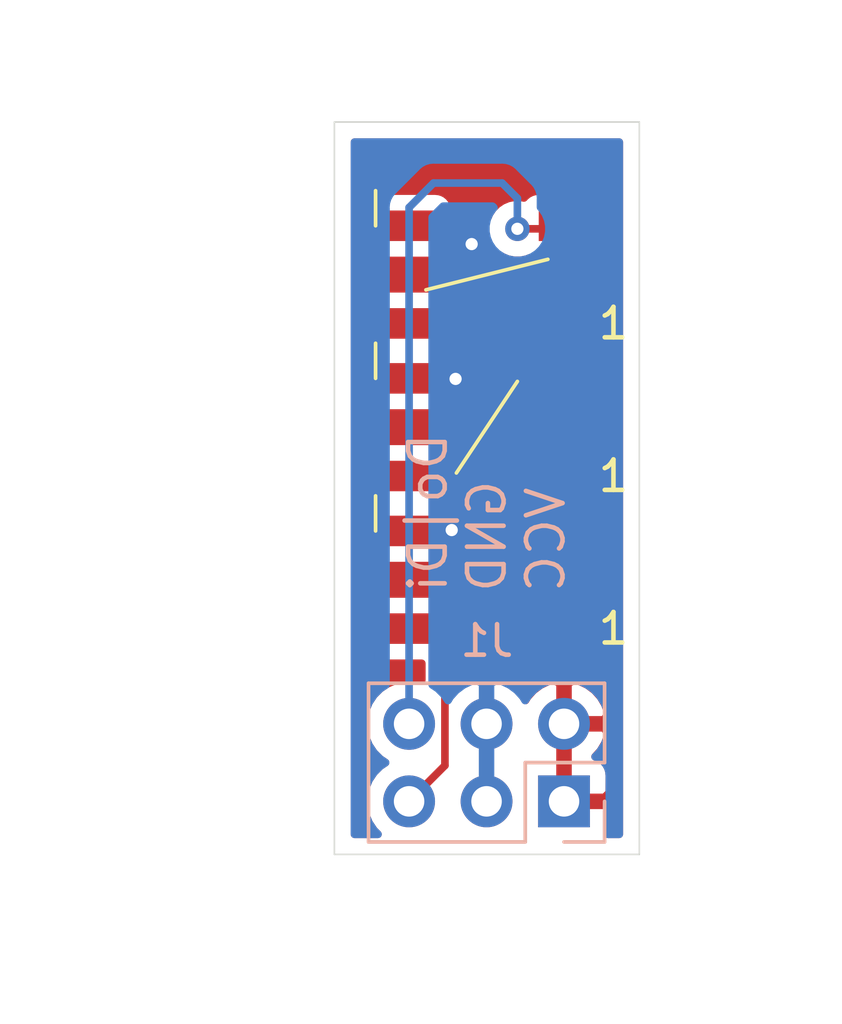
<source format=kicad_pcb>
(kicad_pcb (version 20171130) (host pcbnew 5.1.10-88a1d61d58~90~ubuntu21.04.1)

  (general
    (thickness 1.6)
    (drawings 24)
    (tracks 27)
    (zones 0)
    (modules 4)
    (nets 7)
  )

  (page A4)
  (layers
    (0 F.Cu signal)
    (31 B.Cu signal)
    (32 B.Adhes user)
    (33 F.Adhes user)
    (34 B.Paste user)
    (35 F.Paste user)
    (36 B.SilkS user)
    (37 F.SilkS user)
    (38 B.Mask user)
    (39 F.Mask user)
    (40 Dwgs.User user)
    (41 Cmts.User user)
    (42 Eco1.User user)
    (43 Eco2.User user)
    (44 Edge.Cuts user)
    (45 Margin user)
    (46 B.CrtYd user)
    (47 F.CrtYd user)
    (48 B.Fab user)
    (49 F.Fab user)
  )

  (setup
    (last_trace_width 0.25)
    (trace_clearance 0.2)
    (zone_clearance 0.508)
    (zone_45_only no)
    (trace_min 0.2)
    (via_size 0.8)
    (via_drill 0.4)
    (via_min_size 0.4)
    (via_min_drill 0.3)
    (uvia_size 0.3)
    (uvia_drill 0.1)
    (uvias_allowed no)
    (uvia_min_size 0.2)
    (uvia_min_drill 0.1)
    (edge_width 0.05)
    (segment_width 0.2)
    (pcb_text_width 0.3)
    (pcb_text_size 1.5 1.5)
    (mod_edge_width 0.12)
    (mod_text_size 1 1)
    (mod_text_width 0.15)
    (pad_size 1.524 1.524)
    (pad_drill 0.762)
    (pad_to_mask_clearance 0)
    (aux_axis_origin 0 0)
    (visible_elements FFFFFF7F)
    (pcbplotparams
      (layerselection 0x010fc_ffffffff)
      (usegerberextensions false)
      (usegerberattributes true)
      (usegerberadvancedattributes true)
      (creategerberjobfile true)
      (excludeedgelayer true)
      (linewidth 0.100000)
      (plotframeref false)
      (viasonmask false)
      (mode 1)
      (useauxorigin false)
      (hpglpennumber 1)
      (hpglpenspeed 20)
      (hpglpendiameter 15.000000)
      (psnegative false)
      (psa4output false)
      (plotreference true)
      (plotvalue true)
      (plotinvisibletext false)
      (padsonsilk false)
      (subtractmaskfromsilk false)
      (outputformat 1)
      (mirror false)
      (drillshape 1)
      (scaleselection 1)
      (outputdirectory ""))
  )

  (net 0 "")
  (net 1 VCC)
  (net 2 "Net-(D1-Pad2)")
  (net 3 /Din)
  (net 4 GND)
  (net 5 "Net-(D2-Pad2)")
  (net 6 /Dout)

  (net_class Default "This is the default net class."
    (clearance 0.2)
    (trace_width 0.25)
    (via_dia 0.8)
    (via_drill 0.4)
    (uvia_dia 0.3)
    (uvia_drill 0.1)
    (add_net /Din)
    (add_net /Dout)
    (add_net GND)
    (add_net "Net-(D1-Pad2)")
    (add_net "Net-(D2-Pad2)")
    (add_net VCC)
  )

  (module IndicatorLeds:LED_WS2812B_PLCC4_5.0x5.0mm_P3.2mm (layer F.Cu) (tedit 6156C278) (tstamp 6156BFB9)
    (at 102.5 102.5 180)
    (descr https://cdn-shop.adafruit.com/datasheets/WS2812B.pdf)
    (tags "LED RGB NeoPixel")
    (path /6156CA4C)
    (attr smd)
    (fp_text reference D3 (at 0 -3.5) (layer F.SilkS) hide
      (effects (font (size 1 1) (thickness 0.15)))
    )
    (fp_text value WS2812B (at 0 4) (layer F.Fab)
      (effects (font (size 1 1) (thickness 0.15)))
    )
    (fp_circle (center 0 0) (end 0 -2) (layer F.Fab) (width 0.1))
    (fp_line (start 3.65 2.75) (end 3.65 1.6) (layer F.SilkS) (width 0.12))
    (fp_line (start 2.5 -2.5) (end -2.5 -2.5) (layer F.Fab) (width 0.1))
    (fp_line (start 2.5 2.5) (end 2.5 -2.5) (layer F.Fab) (width 0.1))
    (fp_line (start -2.5 2.5) (end 2.5 2.5) (layer F.Fab) (width 0.1))
    (fp_line (start -2.5 -2.5) (end -2.5 2.5) (layer F.Fab) (width 0.1))
    (fp_line (start 2.5 1.5) (end 1.5 2.5) (layer F.Fab) (width 0.1))
    (fp_line (start -3.45 -2.5) (end -3.45 2.5) (layer F.CrtYd) (width 0.05))
    (fp_line (start -3.45 2.5) (end 3.45 2.5) (layer F.CrtYd) (width 0.05))
    (fp_line (start 3.45 2.5) (end 3.45 -2.5) (layer F.CrtYd) (width 0.05))
    (fp_line (start 3.45 -2.5) (end -3.45 -2.5) (layer F.CrtYd) (width 0.05))
    (fp_text user 1 (at -4.15 -1.6) (layer F.SilkS)
      (effects (font (size 1 1) (thickness 0.15)))
    )
    (fp_text user %R (at 0 0) (layer F.Fab)
      (effects (font (size 0.8 0.8) (thickness 0.15)))
    )
    (pad 3 smd rect (at 2.45 1.6 180) (size 1.5 1) (layers F.Cu F.Paste F.Mask)
      (net 4 GND))
    (pad 4 smd rect (at 2.45 -1.6 180) (size 1.5 1) (layers F.Cu F.Paste F.Mask)
      (net 5 "Net-(D2-Pad2)"))
    (pad 2 smd rect (at -2.45 1.6 180) (size 1.5 1) (layers F.Cu F.Paste F.Mask)
      (net 6 /Dout))
    (pad 1 smd rect (at -2.45 -1.6 180) (size 1.5 1) (layers F.Cu F.Paste F.Mask)
      (net 1 VCC))
    (model ${KISYS3DMOD}/LED_SMD.3dshapes/LED_WS2812B_PLCC4_5.0x5.0mm_P3.2mm.wrl
      (at (xyz 0 0 0))
      (scale (xyz 1 1 1))
      (rotate (xyz 0 0 0))
    )
  )

  (module IndicatorLeds:LED_WS2812B_PLCC4_5.0x5.0mm_P3.2mm (layer F.Cu) (tedit 6156C278) (tstamp 6156BFA2)
    (at 102.5 107.5 180)
    (descr https://cdn-shop.adafruit.com/datasheets/WS2812B.pdf)
    (tags "LED RGB NeoPixel")
    (path /6156C522)
    (attr smd)
    (fp_text reference D2 (at 0 -3.5) (layer F.SilkS) hide
      (effects (font (size 1 1) (thickness 0.15)))
    )
    (fp_text value WS2812B (at 0 4) (layer F.Fab)
      (effects (font (size 1 1) (thickness 0.15)))
    )
    (fp_circle (center 0 0) (end 0 -2) (layer F.Fab) (width 0.1))
    (fp_line (start 3.65 2.75) (end 3.65 1.6) (layer F.SilkS) (width 0.12))
    (fp_line (start 2.5 -2.5) (end -2.5 -2.5) (layer F.Fab) (width 0.1))
    (fp_line (start 2.5 2.5) (end 2.5 -2.5) (layer F.Fab) (width 0.1))
    (fp_line (start -2.5 2.5) (end 2.5 2.5) (layer F.Fab) (width 0.1))
    (fp_line (start -2.5 -2.5) (end -2.5 2.5) (layer F.Fab) (width 0.1))
    (fp_line (start 2.5 1.5) (end 1.5 2.5) (layer F.Fab) (width 0.1))
    (fp_line (start -3.45 -2.5) (end -3.45 2.5) (layer F.CrtYd) (width 0.05))
    (fp_line (start -3.45 2.5) (end 3.45 2.5) (layer F.CrtYd) (width 0.05))
    (fp_line (start 3.45 2.5) (end 3.45 -2.5) (layer F.CrtYd) (width 0.05))
    (fp_line (start 3.45 -2.5) (end -3.45 -2.5) (layer F.CrtYd) (width 0.05))
    (fp_text user 1 (at -4.15 -1.6) (layer F.SilkS)
      (effects (font (size 1 1) (thickness 0.15)))
    )
    (fp_text user %R (at 0 0) (layer F.Fab)
      (effects (font (size 0.8 0.8) (thickness 0.15)))
    )
    (pad 3 smd rect (at 2.45 1.6 180) (size 1.5 1) (layers F.Cu F.Paste F.Mask)
      (net 4 GND))
    (pad 4 smd rect (at 2.45 -1.6 180) (size 1.5 1) (layers F.Cu F.Paste F.Mask)
      (net 2 "Net-(D1-Pad2)"))
    (pad 2 smd rect (at -2.45 1.6 180) (size 1.5 1) (layers F.Cu F.Paste F.Mask)
      (net 5 "Net-(D2-Pad2)"))
    (pad 1 smd rect (at -2.45 -1.6 180) (size 1.5 1) (layers F.Cu F.Paste F.Mask)
      (net 1 VCC))
    (model ${KISYS3DMOD}/LED_SMD.3dshapes/LED_WS2812B_PLCC4_5.0x5.0mm_P3.2mm.wrl
      (at (xyz 0 0 0))
      (scale (xyz 1 1 1))
      (rotate (xyz 0 0 0))
    )
  )

  (module IndicatorLeds:LED_WS2812B_PLCC4_5.0x5.0mm_P3.2mm (layer F.Cu) (tedit 6156C278) (tstamp 6156C27C)
    (at 102.5 112.5 180)
    (descr https://cdn-shop.adafruit.com/datasheets/WS2812B.pdf)
    (tags "LED RGB NeoPixel")
    (path /6156BDB1)
    (attr smd)
    (fp_text reference D1 (at 0 -3.5) (layer F.SilkS) hide
      (effects (font (size 1 1) (thickness 0.15)))
    )
    (fp_text value WS2812B (at 0 4) (layer F.Fab)
      (effects (font (size 1 1) (thickness 0.15)))
    )
    (fp_circle (center 0 0) (end 0 -2) (layer F.Fab) (width 0.1))
    (fp_line (start 3.65 2.75) (end 3.65 1.6) (layer F.SilkS) (width 0.12))
    (fp_line (start 2.5 -2.5) (end -2.5 -2.5) (layer F.Fab) (width 0.1))
    (fp_line (start 2.5 2.5) (end 2.5 -2.5) (layer F.Fab) (width 0.1))
    (fp_line (start -2.5 2.5) (end 2.5 2.5) (layer F.Fab) (width 0.1))
    (fp_line (start -2.5 -2.5) (end -2.5 2.5) (layer F.Fab) (width 0.1))
    (fp_line (start 2.5 1.5) (end 1.5 2.5) (layer F.Fab) (width 0.1))
    (fp_line (start -3.45 -2.5) (end -3.45 2.5) (layer F.CrtYd) (width 0.05))
    (fp_line (start -3.45 2.5) (end 3.45 2.5) (layer F.CrtYd) (width 0.05))
    (fp_line (start 3.45 2.5) (end 3.45 -2.5) (layer F.CrtYd) (width 0.05))
    (fp_line (start 3.45 -2.5) (end -3.45 -2.5) (layer F.CrtYd) (width 0.05))
    (fp_text user 1 (at -4.15 -1.6) (layer F.SilkS)
      (effects (font (size 1 1) (thickness 0.15)))
    )
    (fp_text user %R (at 0 0) (layer F.Fab)
      (effects (font (size 0.8 0.8) (thickness 0.15)))
    )
    (pad 3 smd rect (at 2.45 1.6 180) (size 1.5 1) (layers F.Cu F.Paste F.Mask)
      (net 4 GND))
    (pad 4 smd rect (at 2.45 -1.6 180) (size 1.5 1) (layers F.Cu F.Paste F.Mask)
      (net 3 /Din))
    (pad 2 smd rect (at -2.45 1.6 180) (size 1.5 1) (layers F.Cu F.Paste F.Mask)
      (net 2 "Net-(D1-Pad2)"))
    (pad 1 smd rect (at -2.45 -1.6 180) (size 1.5 1) (layers F.Cu F.Paste F.Mask)
      (net 1 VCC))
    (model ${KISYS3DMOD}/LED_SMD.3dshapes/LED_WS2812B_PLCC4_5.0x5.0mm_P3.2mm.wrl
      (at (xyz 0 0 0))
      (scale (xyz 1 1 1))
      (rotate (xyz 0 0 0))
    )
  )

  (module Connector_PinHeader_2.54mm:PinHeader_2x03_P2.54mm_Vertical (layer B.Cu) (tedit 59FED5CC) (tstamp 6156BFD5)
    (at 105.029 119.761 90)
    (descr "Through hole straight pin header, 2x03, 2.54mm pitch, double rows")
    (tags "Through hole pin header THT 2x03 2.54mm double row")
    (path /6156FBD1)
    (fp_text reference J1 (at 5.261 -2.529 180) (layer B.SilkS)
      (effects (font (size 1 1) (thickness 0.15)) (justify mirror))
    )
    (fp_text value Conn_02x03_Odd_Even (at 1.27 -7.41 90) (layer B.Fab)
      (effects (font (size 1 1) (thickness 0.15)) (justify mirror))
    )
    (fp_line (start 0 1.27) (end 3.81 1.27) (layer B.Fab) (width 0.1))
    (fp_line (start 3.81 1.27) (end 3.81 -6.35) (layer B.Fab) (width 0.1))
    (fp_line (start 3.81 -6.35) (end -1.27 -6.35) (layer B.Fab) (width 0.1))
    (fp_line (start -1.27 -6.35) (end -1.27 0) (layer B.Fab) (width 0.1))
    (fp_line (start -1.27 0) (end 0 1.27) (layer B.Fab) (width 0.1))
    (fp_line (start -1.33 -6.41) (end 3.87 -6.41) (layer B.SilkS) (width 0.12))
    (fp_line (start -1.33 -1.27) (end -1.33 -6.41) (layer B.SilkS) (width 0.12))
    (fp_line (start 3.87 1.33) (end 3.87 -6.41) (layer B.SilkS) (width 0.12))
    (fp_line (start -1.33 -1.27) (end 1.27 -1.27) (layer B.SilkS) (width 0.12))
    (fp_line (start 1.27 -1.27) (end 1.27 1.33) (layer B.SilkS) (width 0.12))
    (fp_line (start 1.27 1.33) (end 3.87 1.33) (layer B.SilkS) (width 0.12))
    (fp_line (start -1.33 0) (end -1.33 1.33) (layer B.SilkS) (width 0.12))
    (fp_line (start -1.33 1.33) (end 0 1.33) (layer B.SilkS) (width 0.12))
    (fp_line (start -1.8 1.8) (end -1.8 -6.85) (layer B.CrtYd) (width 0.05))
    (fp_line (start -1.8 -6.85) (end 4.35 -6.85) (layer B.CrtYd) (width 0.05))
    (fp_line (start 4.35 -6.85) (end 4.35 1.8) (layer B.CrtYd) (width 0.05))
    (fp_line (start 4.35 1.8) (end -1.8 1.8) (layer B.CrtYd) (width 0.05))
    (fp_text user %R (at 1.27 -2.54 180) (layer B.Fab)
      (effects (font (size 1 1) (thickness 0.15)) (justify mirror))
    )
    (pad 6 thru_hole oval (at 2.54 -5.08 90) (size 1.7 1.7) (drill 1) (layers *.Cu *.Mask)
      (net 6 /Dout))
    (pad 5 thru_hole oval (at 0 -5.08 90) (size 1.7 1.7) (drill 1) (layers *.Cu *.Mask)
      (net 3 /Din))
    (pad 4 thru_hole oval (at 2.54 -2.54 90) (size 1.7 1.7) (drill 1) (layers *.Cu *.Mask)
      (net 4 GND))
    (pad 3 thru_hole oval (at 0 -2.54 90) (size 1.7 1.7) (drill 1) (layers *.Cu *.Mask)
      (net 4 GND))
    (pad 2 thru_hole oval (at 2.54 0 90) (size 1.7 1.7) (drill 1) (layers *.Cu *.Mask)
      (net 1 VCC))
    (pad 1 thru_hole rect (at 0 0 90) (size 1.7 1.7) (drill 1) (layers *.Cu *.Mask)
      (net 1 VCC))
    (model ${KISYS3DMOD}/Connector_PinHeader_2.54mm.3dshapes/PinHeader_2x03_P2.54mm_Vertical.wrl
      (at (xyz 0 0 0))
      (scale (xyz 1 1 1))
      (rotate (xyz 0 0 0))
    )
  )

  (dimension 5 (width 0.15) (layer Dwgs.User)
    (gr_text "5,000 mm" (at 100 126.8) (layer Dwgs.User)
      (effects (font (size 1 1) (thickness 0.15)))
    )
    (feature1 (pts (xy 97.5 121.5) (xy 97.5 126.086421)))
    (feature2 (pts (xy 102.5 121.5) (xy 102.5 126.086421)))
    (crossbar (pts (xy 102.5 125.5) (xy 97.5 125.5)))
    (arrow1a (pts (xy 97.5 125.5) (xy 98.626504 124.913579)))
    (arrow1b (pts (xy 97.5 125.5) (xy 98.626504 126.086421)))
    (arrow2a (pts (xy 102.5 125.5) (xy 101.373496 124.913579)))
    (arrow2b (pts (xy 102.5 125.5) (xy 101.373496 126.086421)))
  )
  (dimension 14 (width 0.15) (layer Dwgs.User)
    (gr_text "14,000 mm" (at 90.2 114.5 270) (layer Dwgs.User)
      (effects (font (size 1 1) (thickness 0.15)))
    )
    (feature1 (pts (xy 97.5 121.5) (xy 90.913579 121.5)))
    (feature2 (pts (xy 97.5 107.5) (xy 90.913579 107.5)))
    (crossbar (pts (xy 91.5 107.5) (xy 91.5 121.5)))
    (arrow1a (pts (xy 91.5 121.5) (xy 90.913579 120.373496)))
    (arrow1b (pts (xy 91.5 121.5) (xy 92.086421 120.373496)))
    (arrow2a (pts (xy 91.5 107.5) (xy 90.913579 108.626504)))
    (arrow2b (pts (xy 91.5 107.5) (xy 92.086421 108.626504)))
  )
  (dimension 24 (width 0.15) (layer Dwgs.User)
    (gr_text "24,000 mm" (at 112.8 109.5 270) (layer Dwgs.User)
      (effects (font (size 1 1) (thickness 0.15)))
    )
    (feature1 (pts (xy 107.5 121.5) (xy 112.086421 121.5)))
    (feature2 (pts (xy 107.5 97.5) (xy 112.086421 97.5)))
    (crossbar (pts (xy 111.5 97.5) (xy 111.5 121.5)))
    (arrow1a (pts (xy 111.5 121.5) (xy 110.913579 120.373496)))
    (arrow1b (pts (xy 111.5 121.5) (xy 112.086421 120.373496)))
    (arrow2a (pts (xy 111.5 97.5) (xy 110.913579 98.626504)))
    (arrow2b (pts (xy 111.5 97.5) (xy 112.086421 98.626504)))
  )
  (dimension 10 (width 0.15) (layer Dwgs.User)
    (gr_text "10,000 mm" (at 102.5 94.2) (layer Dwgs.User)
      (effects (font (size 1 1) (thickness 0.15)))
    )
    (feature1 (pts (xy 107.5 97.5) (xy 107.5 94.913579)))
    (feature2 (pts (xy 97.5 97.5) (xy 97.5 94.913579)))
    (crossbar (pts (xy 97.5 95.5) (xy 107.5 95.5)))
    (arrow1a (pts (xy 107.5 95.5) (xy 106.373496 96.086421)))
    (arrow1b (pts (xy 107.5 95.5) (xy 106.373496 94.913579)))
    (arrow2a (pts (xy 97.5 95.5) (xy 98.626504 96.086421)))
    (arrow2b (pts (xy 97.5 95.5) (xy 98.626504 94.913579)))
  )
  (gr_text "Do|Di\nGND\nVCC" (at 102.5 113 90) (layer B.SilkS)
    (effects (font (size 1.2 1.2) (thickness 0.15)) (justify right mirror))
  )
  (gr_line (start 100.5 103) (end 104.5 102) (layer F.SilkS) (width 0.12))
  (gr_line (start 103.5 106) (end 101.5 109) (layer F.SilkS) (width 0.12))
  (gr_line (start 97.5 121.5) (end 107.5 121.5) (layer Edge.Cuts) (width 0.05) (tstamp 6156C44F))
  (gr_line (start 97.5 97.5) (end 97.5 121.5) (layer Edge.Cuts) (width 0.05))
  (gr_line (start 107.5 97.5) (end 97.5 97.5) (layer Edge.Cuts) (width 0.05))
  (gr_line (start 107.5 121.5) (end 107.5 97.5) (layer Edge.Cuts) (width 0.05))
  (gr_circle (center 102.5 112.5) (end 104 112.5) (layer Dwgs.User) (width 0.15))
  (gr_circle (center 102.5 107.5) (end 104 107.5) (layer Dwgs.User) (width 0.15))
  (gr_circle (center 102.5 102.5) (end 104 102.5) (layer Dwgs.User) (width 0.15))
  (gr_line (start 100 112.5) (end 105 112.5) (layer Eco1.User) (width 0.15))
  (gr_line (start 105 107.5) (end 100 107.5) (layer Eco1.User) (width 0.15))
  (gr_line (start 105 102.5) (end 100 102.5) (layer Eco1.User) (width 0.15))
  (gr_line (start 100 105) (end 105 105) (layer Eco1.User) (width 0.15))
  (gr_line (start 105 110) (end 100 110) (layer Eco1.User) (width 0.15))
  (gr_line (start 102.5 100) (end 102.5 115) (layer Eco1.User) (width 0.15))
  (gr_line (start 100 115) (end 100 100) (layer Eco1.User) (width 0.15) (tstamp 6156BB0A))
  (gr_line (start 105 115) (end 100 115) (layer Eco1.User) (width 0.15))
  (gr_line (start 105 100) (end 105 115) (layer Eco1.User) (width 0.15))
  (gr_line (start 100 100) (end 105 100) (layer Eco1.User) (width 0.15))

  (segment (start 104.95 110.9) (end 104.169 110.9) (width 0.25) (layer F.Cu) (net 2))
  (segment (start 102.369 109.1) (end 100.05 109.1) (width 0.25) (layer F.Cu) (net 2))
  (segment (start 104.169 110.9) (end 102.369 109.1) (width 0.25) (layer F.Cu) (net 2))
  (segment (start 100.05 114.1) (end 100.6 114.1) (width 0.25) (layer F.Cu) (net 3))
  (segment (start 101.124001 118.585999) (end 99.949 119.761) (width 0.25) (layer F.Cu) (net 3))
  (segment (start 101.124001 114.624001) (end 101.124001 118.585999) (width 0.25) (layer F.Cu) (net 3))
  (segment (start 100.6 114.1) (end 101.124001 114.624001) (width 0.25) (layer F.Cu) (net 3))
  (via (at 101.473 105.918) (size 0.8) (drill 0.4) (layers F.Cu B.Cu) (net 4))
  (segment (start 101.455 105.9) (end 101.473 105.918) (width 0.25) (layer F.Cu) (net 4))
  (segment (start 100.05 105.9) (end 101.455 105.9) (width 0.25) (layer F.Cu) (net 4))
  (via (at 101.346 110.871) (size 0.8) (drill 0.4) (layers F.Cu B.Cu) (net 4))
  (segment (start 101.317 110.9) (end 101.346 110.871) (width 0.25) (layer F.Cu) (net 4))
  (segment (start 100.05 110.9) (end 101.317 110.9) (width 0.25) (layer F.Cu) (net 4))
  (via (at 102 101.500016) (size 0.8) (drill 0.4) (layers F.Cu B.Cu) (net 4))
  (segment (start 100.05 100.9) (end 101.399984 100.9) (width 0.25) (layer F.Cu) (net 4))
  (segment (start 101.399984 100.9) (end 102 101.500016) (width 0.25) (layer F.Cu) (net 4))
  (segment (start 104.95 105.9) (end 104.376 105.9) (width 0.25) (layer F.Cu) (net 5))
  (segment (start 102.576 104.1) (end 100.05 104.1) (width 0.25) (layer F.Cu) (net 5))
  (segment (start 104.376 105.9) (end 102.576 104.1) (width 0.25) (layer F.Cu) (net 5))
  (via (at 103.5 101) (size 0.8) (drill 0.4) (layers F.Cu B.Cu) (net 6))
  (segment (start 104.85 101) (end 104.95 100.9) (width 0.25) (layer F.Cu) (net 6))
  (segment (start 103.5 101) (end 104.85 101) (width 0.25) (layer F.Cu) (net 6))
  (segment (start 103.5 100) (end 103.5 101) (width 0.25) (layer B.Cu) (net 6))
  (segment (start 103 99.5) (end 103.5 100) (width 0.25) (layer B.Cu) (net 6))
  (segment (start 100.75 99.5) (end 103 99.5) (width 0.25) (layer B.Cu) (net 6))
  (segment (start 99.949 100.301) (end 100.75 99.5) (width 0.25) (layer B.Cu) (net 6))
  (segment (start 99.949 117.221) (end 99.949 100.301) (width 0.25) (layer B.Cu) (net 6))

  (zone (net 1) (net_name VCC) (layer F.Cu) (tstamp 61572504) (hatch edge 0.508)
    (connect_pads (clearance 0.508))
    (min_thickness 0.254)
    (fill yes (arc_segments 32) (thermal_gap 0.508) (thermal_bridge_width 0.508))
    (polygon
      (pts
        (xy 107.5 121.5) (xy 97.5 121.5) (xy 97.5 97.5) (xy 107.5 97.5)
      )
    )
    (filled_polygon
      (pts
        (xy 106.84 120.84) (xy 106.473107 120.84) (xy 106.504812 120.735482) (xy 106.517072 120.611) (xy 106.514 120.04675)
        (xy 106.35525 119.888) (xy 105.156 119.888) (xy 105.156 119.908) (xy 104.902 119.908) (xy 104.902 119.888)
        (xy 104.882 119.888) (xy 104.882 119.634) (xy 104.902 119.634) (xy 104.902 117.348) (xy 105.156 117.348)
        (xy 105.156 119.634) (xy 106.35525 119.634) (xy 106.514 119.47525) (xy 106.517072 118.911) (xy 106.504812 118.786518)
        (xy 106.468502 118.66682) (xy 106.409537 118.556506) (xy 106.330185 118.459815) (xy 106.233494 118.380463) (xy 106.12318 118.321498)
        (xy 106.047374 118.298502) (xy 106.224178 118.102355) (xy 106.373157 117.852252) (xy 106.470481 117.577891) (xy 106.349814 117.348)
        (xy 105.156 117.348) (xy 104.902 117.348) (xy 104.882 117.348) (xy 104.882 117.094) (xy 104.902 117.094)
        (xy 104.902 115.900845) (xy 105.156 115.900845) (xy 105.156 117.094) (xy 106.349814 117.094) (xy 106.470481 116.864109)
        (xy 106.373157 116.589748) (xy 106.224178 116.339645) (xy 106.029269 116.123412) (xy 105.79592 115.949359) (xy 105.533099 115.824175)
        (xy 105.38589 115.779524) (xy 105.156 115.900845) (xy 104.902 115.900845) (xy 104.67211 115.779524) (xy 104.524901 115.824175)
        (xy 104.26208 115.949359) (xy 104.028731 116.123412) (xy 103.833822 116.339645) (xy 103.764195 116.456534) (xy 103.642475 116.274368)
        (xy 103.435632 116.067525) (xy 103.192411 115.90501) (xy 102.922158 115.793068) (xy 102.63526 115.736) (xy 102.34274 115.736)
        (xy 102.055842 115.793068) (xy 101.884001 115.864247) (xy 101.884001 114.661323) (xy 101.887677 114.624) (xy 101.885314 114.6)
        (xy 103.561928 114.6) (xy 103.574188 114.724482) (xy 103.610498 114.84418) (xy 103.669463 114.954494) (xy 103.748815 115.051185)
        (xy 103.845506 115.130537) (xy 103.95582 115.189502) (xy 104.075518 115.225812) (xy 104.2 115.238072) (xy 104.66425 115.235)
        (xy 104.823 115.07625) (xy 104.823 114.227) (xy 105.077 114.227) (xy 105.077 115.07625) (xy 105.23575 115.235)
        (xy 105.7 115.238072) (xy 105.824482 115.225812) (xy 105.94418 115.189502) (xy 106.054494 115.130537) (xy 106.151185 115.051185)
        (xy 106.230537 114.954494) (xy 106.289502 114.84418) (xy 106.325812 114.724482) (xy 106.338072 114.6) (xy 106.335 114.38575)
        (xy 106.17625 114.227) (xy 105.077 114.227) (xy 104.823 114.227) (xy 103.72375 114.227) (xy 103.565 114.38575)
        (xy 103.561928 114.6) (xy 101.885314 114.6) (xy 101.884001 114.586677) (xy 101.884001 114.586668) (xy 101.873004 114.475015)
        (xy 101.829547 114.331754) (xy 101.758975 114.199725) (xy 101.664002 114.084) (xy 101.635004 114.060203) (xy 101.438072 113.86327)
        (xy 101.438072 113.6) (xy 103.561928 113.6) (xy 103.565 113.81425) (xy 103.72375 113.973) (xy 104.823 113.973)
        (xy 104.823 113.12375) (xy 105.077 113.12375) (xy 105.077 113.973) (xy 106.17625 113.973) (xy 106.335 113.81425)
        (xy 106.338072 113.6) (xy 106.325812 113.475518) (xy 106.289502 113.35582) (xy 106.230537 113.245506) (xy 106.151185 113.148815)
        (xy 106.054494 113.069463) (xy 105.94418 113.010498) (xy 105.824482 112.974188) (xy 105.7 112.961928) (xy 105.23575 112.965)
        (xy 105.077 113.12375) (xy 104.823 113.12375) (xy 104.66425 112.965) (xy 104.2 112.961928) (xy 104.075518 112.974188)
        (xy 103.95582 113.010498) (xy 103.845506 113.069463) (xy 103.748815 113.148815) (xy 103.669463 113.245506) (xy 103.610498 113.35582)
        (xy 103.574188 113.475518) (xy 103.561928 113.6) (xy 101.438072 113.6) (xy 101.425812 113.475518) (xy 101.389502 113.35582)
        (xy 101.330537 113.245506) (xy 101.251185 113.148815) (xy 101.154494 113.069463) (xy 101.04418 113.010498) (xy 100.924482 112.974188)
        (xy 100.8 112.961928) (xy 99.3 112.961928) (xy 99.175518 112.974188) (xy 99.05582 113.010498) (xy 98.945506 113.069463)
        (xy 98.848815 113.148815) (xy 98.769463 113.245506) (xy 98.710498 113.35582) (xy 98.674188 113.475518) (xy 98.661928 113.6)
        (xy 98.661928 114.6) (xy 98.674188 114.724482) (xy 98.710498 114.84418) (xy 98.769463 114.954494) (xy 98.848815 115.051185)
        (xy 98.945506 115.130537) (xy 99.05582 115.189502) (xy 99.175518 115.225812) (xy 99.3 115.238072) (xy 100.364001 115.238072)
        (xy 100.364001 115.789456) (xy 100.09526 115.736) (xy 99.80274 115.736) (xy 99.515842 115.793068) (xy 99.245589 115.90501)
        (xy 99.002368 116.067525) (xy 98.795525 116.274368) (xy 98.63301 116.517589) (xy 98.521068 116.787842) (xy 98.464 117.07474)
        (xy 98.464 117.36726) (xy 98.521068 117.654158) (xy 98.63301 117.924411) (xy 98.795525 118.167632) (xy 99.002368 118.374475)
        (xy 99.17676 118.491) (xy 99.002368 118.607525) (xy 98.795525 118.814368) (xy 98.63301 119.057589) (xy 98.521068 119.327842)
        (xy 98.464 119.61474) (xy 98.464 119.90726) (xy 98.521068 120.194158) (xy 98.63301 120.464411) (xy 98.795525 120.707632)
        (xy 98.927893 120.84) (xy 98.16 120.84) (xy 98.16 108.6) (xy 98.661928 108.6) (xy 98.661928 109.6)
        (xy 98.674188 109.724482) (xy 98.710498 109.84418) (xy 98.769463 109.954494) (xy 98.806809 110) (xy 98.769463 110.045506)
        (xy 98.710498 110.15582) (xy 98.674188 110.275518) (xy 98.661928 110.4) (xy 98.661928 111.4) (xy 98.674188 111.524482)
        (xy 98.710498 111.64418) (xy 98.769463 111.754494) (xy 98.848815 111.851185) (xy 98.945506 111.930537) (xy 99.05582 111.989502)
        (xy 99.175518 112.025812) (xy 99.3 112.038072) (xy 100.8 112.038072) (xy 100.924482 112.025812) (xy 101.04418 111.989502)
        (xy 101.154494 111.930537) (xy 101.196033 111.896447) (xy 101.244061 111.906) (xy 101.447939 111.906) (xy 101.647898 111.866226)
        (xy 101.836256 111.788205) (xy 102.005774 111.674937) (xy 102.149937 111.530774) (xy 102.263205 111.361256) (xy 102.341226 111.172898)
        (xy 102.381 110.972939) (xy 102.381 110.769061) (xy 102.341226 110.569102) (xy 102.263205 110.380744) (xy 102.149937 110.211226)
        (xy 102.005774 110.067063) (xy 101.836256 109.953795) (xy 101.647898 109.875774) (xy 101.568596 109.86) (xy 102.054199 109.86)
        (xy 103.561928 111.367731) (xy 103.561928 111.4) (xy 103.574188 111.524482) (xy 103.610498 111.64418) (xy 103.669463 111.754494)
        (xy 103.748815 111.851185) (xy 103.845506 111.930537) (xy 103.95582 111.989502) (xy 104.075518 112.025812) (xy 104.2 112.038072)
        (xy 105.7 112.038072) (xy 105.824482 112.025812) (xy 105.94418 111.989502) (xy 106.054494 111.930537) (xy 106.151185 111.851185)
        (xy 106.230537 111.754494) (xy 106.289502 111.64418) (xy 106.325812 111.524482) (xy 106.338072 111.4) (xy 106.338072 110.4)
        (xy 106.325812 110.275518) (xy 106.289502 110.15582) (xy 106.230537 110.045506) (xy 106.193191 110) (xy 106.230537 109.954494)
        (xy 106.289502 109.84418) (xy 106.325812 109.724482) (xy 106.338072 109.6) (xy 106.335 109.38575) (xy 106.17625 109.227)
        (xy 105.077 109.227) (xy 105.077 109.247) (xy 104.823 109.247) (xy 104.823 109.227) (xy 103.72375 109.227)
        (xy 103.647276 109.303474) (xy 102.943802 108.6) (xy 103.561928 108.6) (xy 103.565 108.81425) (xy 103.72375 108.973)
        (xy 104.823 108.973) (xy 104.823 108.12375) (xy 105.077 108.12375) (xy 105.077 108.973) (xy 106.17625 108.973)
        (xy 106.335 108.81425) (xy 106.338072 108.6) (xy 106.325812 108.475518) (xy 106.289502 108.35582) (xy 106.230537 108.245506)
        (xy 106.151185 108.148815) (xy 106.054494 108.069463) (xy 105.94418 108.010498) (xy 105.824482 107.974188) (xy 105.7 107.961928)
        (xy 105.23575 107.965) (xy 105.077 108.12375) (xy 104.823 108.12375) (xy 104.66425 107.965) (xy 104.2 107.961928)
        (xy 104.075518 107.974188) (xy 103.95582 108.010498) (xy 103.845506 108.069463) (xy 103.748815 108.148815) (xy 103.669463 108.245506)
        (xy 103.610498 108.35582) (xy 103.574188 108.475518) (xy 103.561928 108.6) (xy 102.943802 108.6) (xy 102.932803 108.589002)
        (xy 102.909001 108.559999) (xy 102.793276 108.465026) (xy 102.661247 108.394454) (xy 102.517986 108.350997) (xy 102.406333 108.34)
        (xy 102.406322 108.34) (xy 102.369 108.336324) (xy 102.331678 108.34) (xy 101.381046 108.34) (xy 101.330537 108.245506)
        (xy 101.251185 108.148815) (xy 101.154494 108.069463) (xy 101.04418 108.010498) (xy 100.924482 107.974188) (xy 100.8 107.961928)
        (xy 99.3 107.961928) (xy 99.175518 107.974188) (xy 99.05582 108.010498) (xy 98.945506 108.069463) (xy 98.848815 108.148815)
        (xy 98.769463 108.245506) (xy 98.710498 108.35582) (xy 98.674188 108.475518) (xy 98.661928 108.6) (xy 98.16 108.6)
        (xy 98.16 103.6) (xy 98.661928 103.6) (xy 98.661928 104.6) (xy 98.674188 104.724482) (xy 98.710498 104.84418)
        (xy 98.769463 104.954494) (xy 98.806809 105) (xy 98.769463 105.045506) (xy 98.710498 105.15582) (xy 98.674188 105.275518)
        (xy 98.661928 105.4) (xy 98.661928 106.4) (xy 98.674188 106.524482) (xy 98.710498 106.64418) (xy 98.769463 106.754494)
        (xy 98.848815 106.851185) (xy 98.945506 106.930537) (xy 99.05582 106.989502) (xy 99.175518 107.025812) (xy 99.3 107.038072)
        (xy 100.8 107.038072) (xy 100.924482 107.025812) (xy 101.04418 106.989502) (xy 101.154494 106.930537) (xy 101.174712 106.913944)
        (xy 101.371061 106.953) (xy 101.574939 106.953) (xy 101.774898 106.913226) (xy 101.963256 106.835205) (xy 102.132774 106.721937)
        (xy 102.276937 106.577774) (xy 102.390205 106.408256) (xy 102.468226 106.219898) (xy 102.508 106.019939) (xy 102.508 105.816061)
        (xy 102.468226 105.616102) (xy 102.390205 105.427744) (xy 102.276937 105.258226) (xy 102.132774 105.114063) (xy 101.963256 105.000795)
        (xy 101.774898 104.922774) (xy 101.574939 104.883) (xy 101.371061 104.883) (xy 101.368477 104.883514) (xy 101.381046 104.86)
        (xy 102.261199 104.86) (xy 103.561928 106.160731) (xy 103.561928 106.4) (xy 103.574188 106.524482) (xy 103.610498 106.64418)
        (xy 103.669463 106.754494) (xy 103.748815 106.851185) (xy 103.845506 106.930537) (xy 103.95582 106.989502) (xy 104.075518 107.025812)
        (xy 104.2 107.038072) (xy 105.7 107.038072) (xy 105.824482 107.025812) (xy 105.94418 106.989502) (xy 106.054494 106.930537)
        (xy 106.151185 106.851185) (xy 106.230537 106.754494) (xy 106.289502 106.64418) (xy 106.325812 106.524482) (xy 106.338072 106.4)
        (xy 106.338072 105.4) (xy 106.325812 105.275518) (xy 106.289502 105.15582) (xy 106.230537 105.045506) (xy 106.193191 105)
        (xy 106.230537 104.954494) (xy 106.289502 104.84418) (xy 106.325812 104.724482) (xy 106.338072 104.6) (xy 106.335 104.38575)
        (xy 106.17625 104.227) (xy 105.077 104.227) (xy 105.077 104.247) (xy 104.823 104.247) (xy 104.823 104.227)
        (xy 104.803 104.227) (xy 104.803 103.973) (xy 104.823 103.973) (xy 104.823 103.12375) (xy 105.077 103.12375)
        (xy 105.077 103.973) (xy 106.17625 103.973) (xy 106.335 103.81425) (xy 106.338072 103.6) (xy 106.325812 103.475518)
        (xy 106.289502 103.35582) (xy 106.230537 103.245506) (xy 106.151185 103.148815) (xy 106.054494 103.069463) (xy 105.94418 103.010498)
        (xy 105.824482 102.974188) (xy 105.7 102.961928) (xy 105.23575 102.965) (xy 105.077 103.12375) (xy 104.823 103.12375)
        (xy 104.66425 102.965) (xy 104.2 102.961928) (xy 104.075518 102.974188) (xy 103.95582 103.010498) (xy 103.845506 103.069463)
        (xy 103.748815 103.148815) (xy 103.669463 103.245506) (xy 103.610498 103.35582) (xy 103.574188 103.475518) (xy 103.561928 103.6)
        (xy 103.565 103.81425) (xy 103.723748 103.972998) (xy 103.565 103.972998) (xy 103.565 104.014198) (xy 103.139803 103.589002)
        (xy 103.116001 103.559999) (xy 103.000276 103.465026) (xy 102.868247 103.394454) (xy 102.724986 103.350997) (xy 102.613333 103.34)
        (xy 102.613322 103.34) (xy 102.576 103.336324) (xy 102.538678 103.34) (xy 101.381046 103.34) (xy 101.330537 103.245506)
        (xy 101.251185 103.148815) (xy 101.154494 103.069463) (xy 101.04418 103.010498) (xy 100.924482 102.974188) (xy 100.8 102.961928)
        (xy 99.3 102.961928) (xy 99.175518 102.974188) (xy 99.05582 103.010498) (xy 98.945506 103.069463) (xy 98.848815 103.148815)
        (xy 98.769463 103.245506) (xy 98.710498 103.35582) (xy 98.674188 103.475518) (xy 98.661928 103.6) (xy 98.16 103.6)
        (xy 98.16 100.4) (xy 98.661928 100.4) (xy 98.661928 101.4) (xy 98.674188 101.524482) (xy 98.710498 101.64418)
        (xy 98.769463 101.754494) (xy 98.848815 101.851185) (xy 98.945506 101.930537) (xy 99.05582 101.989502) (xy 99.175518 102.025812)
        (xy 99.3 102.038072) (xy 100.8 102.038072) (xy 100.924482 102.025812) (xy 101.04418 101.989502) (xy 101.075534 101.972743)
        (xy 101.082795 101.990272) (xy 101.196063 102.15979) (xy 101.340226 102.303953) (xy 101.509744 102.417221) (xy 101.698102 102.495242)
        (xy 101.898061 102.535016) (xy 102.101939 102.535016) (xy 102.301898 102.495242) (xy 102.490256 102.417221) (xy 102.659774 102.303953)
        (xy 102.803937 102.15979) (xy 102.917205 101.990272) (xy 102.96097 101.884615) (xy 103.009744 101.917205) (xy 103.198102 101.995226)
        (xy 103.398061 102.035) (xy 103.601939 102.035) (xy 103.801898 101.995226) (xy 103.894651 101.956806) (xy 103.95582 101.989502)
        (xy 104.075518 102.025812) (xy 104.2 102.038072) (xy 105.7 102.038072) (xy 105.824482 102.025812) (xy 105.94418 101.989502)
        (xy 106.054494 101.930537) (xy 106.151185 101.851185) (xy 106.230537 101.754494) (xy 106.289502 101.64418) (xy 106.325812 101.524482)
        (xy 106.338072 101.4) (xy 106.338072 100.4) (xy 106.325812 100.275518) (xy 106.289502 100.15582) (xy 106.230537 100.045506)
        (xy 106.151185 99.948815) (xy 106.054494 99.869463) (xy 105.94418 99.810498) (xy 105.824482 99.774188) (xy 105.7 99.761928)
        (xy 104.2 99.761928) (xy 104.075518 99.774188) (xy 103.95582 99.810498) (xy 103.845506 99.869463) (xy 103.748815 99.948815)
        (xy 103.716785 99.987844) (xy 103.601939 99.965) (xy 103.398061 99.965) (xy 103.198102 100.004774) (xy 103.009744 100.082795)
        (xy 102.840226 100.196063) (xy 102.696063 100.340226) (xy 102.582795 100.509744) (xy 102.53903 100.615401) (xy 102.490256 100.582811)
        (xy 102.301898 100.50479) (xy 102.101939 100.465016) (xy 102.039801 100.465016) (xy 101.963787 100.389002) (xy 101.939985 100.359999)
        (xy 101.82426 100.265026) (xy 101.692231 100.194454) (xy 101.54897 100.150997) (xy 101.437317 100.14) (xy 101.437306 100.14)
        (xy 101.399984 100.136324) (xy 101.380126 100.13828) (xy 101.330537 100.045506) (xy 101.251185 99.948815) (xy 101.154494 99.869463)
        (xy 101.04418 99.810498) (xy 100.924482 99.774188) (xy 100.8 99.761928) (xy 99.3 99.761928) (xy 99.175518 99.774188)
        (xy 99.05582 99.810498) (xy 98.945506 99.869463) (xy 98.848815 99.948815) (xy 98.769463 100.045506) (xy 98.710498 100.15582)
        (xy 98.674188 100.275518) (xy 98.661928 100.4) (xy 98.16 100.4) (xy 98.16 98.16) (xy 106.840001 98.16)
      )
    )
  )
  (zone (net 4) (net_name GND) (layer B.Cu) (tstamp 61572501) (hatch edge 0.508)
    (connect_pads (clearance 0.508))
    (min_thickness 0.254)
    (fill yes (arc_segments 32) (thermal_gap 0.508) (thermal_bridge_width 0.508))
    (polygon
      (pts
        (xy 107.5 121.5) (xy 97.5 121.5) (xy 97.5 97.5) (xy 107.5 97.5)
      )
    )
    (filled_polygon
      (pts
        (xy 106.84 120.84) (xy 106.473107 120.84) (xy 106.504812 120.735482) (xy 106.517072 120.611) (xy 106.517072 118.911)
        (xy 106.504812 118.786518) (xy 106.468502 118.66682) (xy 106.409537 118.556506) (xy 106.330185 118.459815) (xy 106.233494 118.380463)
        (xy 106.12318 118.321498) (xy 106.05062 118.299487) (xy 106.182475 118.167632) (xy 106.34499 117.924411) (xy 106.456932 117.654158)
        (xy 106.514 117.36726) (xy 106.514 117.07474) (xy 106.456932 116.787842) (xy 106.34499 116.517589) (xy 106.182475 116.274368)
        (xy 105.975632 116.067525) (xy 105.732411 115.90501) (xy 105.462158 115.793068) (xy 105.17526 115.736) (xy 104.88274 115.736)
        (xy 104.595842 115.793068) (xy 104.325589 115.90501) (xy 104.082368 116.067525) (xy 103.875525 116.274368) (xy 103.753805 116.456534)
        (xy 103.684178 116.339645) (xy 103.489269 116.123412) (xy 103.25592 115.949359) (xy 102.993099 115.824175) (xy 102.84589 115.779524)
        (xy 102.616 115.900845) (xy 102.616 117.094) (xy 102.636 117.094) (xy 102.636 117.348) (xy 102.616 117.348)
        (xy 102.616 119.634) (xy 102.636 119.634) (xy 102.636 119.888) (xy 102.616 119.888) (xy 102.616 119.908)
        (xy 102.362 119.908) (xy 102.362 119.888) (xy 102.342 119.888) (xy 102.342 119.634) (xy 102.362 119.634)
        (xy 102.362 117.348) (xy 102.342 117.348) (xy 102.342 117.094) (xy 102.362 117.094) (xy 102.362 115.900845)
        (xy 102.13211 115.779524) (xy 101.984901 115.824175) (xy 101.72208 115.949359) (xy 101.488731 116.123412) (xy 101.293822 116.339645)
        (xy 101.224195 116.456534) (xy 101.102475 116.274368) (xy 100.895632 116.067525) (xy 100.709 115.942822) (xy 100.709 100.615801)
        (xy 101.064802 100.26) (xy 102.685199 100.26) (xy 102.730744 100.305545) (xy 102.696063 100.340226) (xy 102.582795 100.509744)
        (xy 102.504774 100.698102) (xy 102.465 100.898061) (xy 102.465 101.101939) (xy 102.504774 101.301898) (xy 102.582795 101.490256)
        (xy 102.696063 101.659774) (xy 102.840226 101.803937) (xy 103.009744 101.917205) (xy 103.198102 101.995226) (xy 103.398061 102.035)
        (xy 103.601939 102.035) (xy 103.801898 101.995226) (xy 103.990256 101.917205) (xy 104.159774 101.803937) (xy 104.303937 101.659774)
        (xy 104.417205 101.490256) (xy 104.495226 101.301898) (xy 104.535 101.101939) (xy 104.535 100.898061) (xy 104.495226 100.698102)
        (xy 104.417205 100.509744) (xy 104.303937 100.340226) (xy 104.26 100.296289) (xy 104.26 100.037325) (xy 104.263676 100)
        (xy 104.26 99.962675) (xy 104.26 99.962667) (xy 104.249003 99.851014) (xy 104.205546 99.707753) (xy 104.134974 99.575724)
        (xy 104.040001 99.459999) (xy 104.010998 99.436197) (xy 103.563804 98.989003) (xy 103.540001 98.959999) (xy 103.424276 98.865026)
        (xy 103.292247 98.794454) (xy 103.148986 98.750997) (xy 103.037333 98.74) (xy 103.037322 98.74) (xy 103 98.736324)
        (xy 102.962678 98.74) (xy 100.787322 98.74) (xy 100.749999 98.736324) (xy 100.712676 98.74) (xy 100.712667 98.74)
        (xy 100.601014 98.750997) (xy 100.457753 98.794454) (xy 100.325723 98.865026) (xy 100.242083 98.933668) (xy 100.209999 98.959999)
        (xy 100.186201 98.988998) (xy 99.437998 99.737201) (xy 99.409 99.760999) (xy 99.385202 99.789997) (xy 99.385201 99.789998)
        (xy 99.314026 99.876724) (xy 99.243454 100.008754) (xy 99.242772 100.011003) (xy 99.199998 100.152014) (xy 99.190445 100.249003)
        (xy 99.185324 100.301) (xy 99.189001 100.338333) (xy 99.189 115.942821) (xy 99.002368 116.067525) (xy 98.795525 116.274368)
        (xy 98.63301 116.517589) (xy 98.521068 116.787842) (xy 98.464 117.07474) (xy 98.464 117.36726) (xy 98.521068 117.654158)
        (xy 98.63301 117.924411) (xy 98.795525 118.167632) (xy 99.002368 118.374475) (xy 99.17676 118.491) (xy 99.002368 118.607525)
        (xy 98.795525 118.814368) (xy 98.63301 119.057589) (xy 98.521068 119.327842) (xy 98.464 119.61474) (xy 98.464 119.90726)
        (xy 98.521068 120.194158) (xy 98.63301 120.464411) (xy 98.795525 120.707632) (xy 98.927893 120.84) (xy 98.16 120.84)
        (xy 98.16 98.16) (xy 106.840001 98.16)
      )
    )
  )
)

</source>
